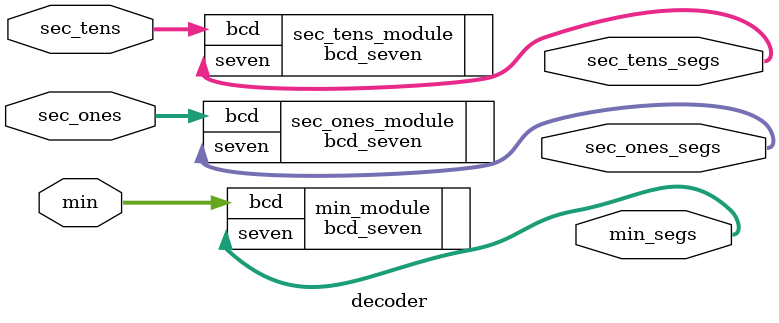
<source format=v>

module decoder (
    sec_ones, sec_tens,min,
    sec_ones_segs,sec_tens_segs,min_segs

);

    input [3:0] sec_ones, sec_tens,min;
    output[6:0] sec_ones_segs,sec_tens_segs, min_segs;

    bcd_seven sec_ones_module(.bcd(sec_ones),.seven(sec_ones_segs));

    bcd_seven sec_tens_module(.bcd(sec_tens),.seven(sec_tens_segs));

    bcd_seven min_module(.bcd(min),.seven(min_segs));

endmodule

</source>
